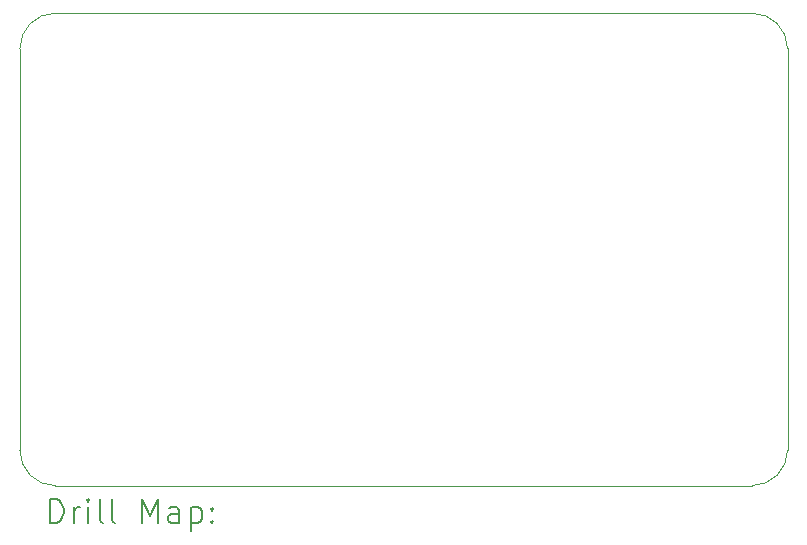
<source format=gbr>
%TF.GenerationSoftware,KiCad,Pcbnew,8.0.6-8.0.6-0~ubuntu24.04.1*%
%TF.CreationDate,2024-11-13T11:48:41+01:00*%
%TF.ProjectId,HEXBERRY-V-20Q100,48455842-4552-4525-992d-562d32305131,1.0*%
%TF.SameCoordinates,PX5f5e100PY5f5e100*%
%TF.FileFunction,Drillmap*%
%TF.FilePolarity,Positive*%
%FSLAX45Y45*%
G04 Gerber Fmt 4.5, Leading zero omitted, Abs format (unit mm)*
G04 Created by KiCad (PCBNEW 8.0.6-8.0.6-0~ubuntu24.04.1) date 2024-11-13 11:48:41*
%MOMM*%
%LPD*%
G01*
G04 APERTURE LIST*
%ADD10C,0.100000*%
%ADD11C,0.200000*%
G04 APERTURE END LIST*
D10*
X13312240Y-894332D02*
X7412250Y-894332D01*
X13312240Y-894332D02*
G75*
G02*
X13612252Y-1192443I0J-300018D01*
G01*
X7412250Y-4894332D02*
G75*
G02*
X7112252Y-4595860I0J300002D01*
G01*
X7412250Y-4894332D02*
X13312250Y-4894332D01*
X7112252Y-1194330D02*
X7112252Y-4595860D01*
X7112252Y-1194330D02*
G75*
G02*
X7412250Y-894332I299998J0D01*
G01*
X13612252Y-4594330D02*
X13612252Y-1192443D01*
X13612252Y-4594330D02*
G75*
G02*
X13312250Y-4894332I-300002J0D01*
G01*
D11*
X7368029Y-5210816D02*
X7368029Y-5010816D01*
X7368029Y-5010816D02*
X7415648Y-5010816D01*
X7415648Y-5010816D02*
X7444219Y-5020340D01*
X7444219Y-5020340D02*
X7463267Y-5039387D01*
X7463267Y-5039387D02*
X7472791Y-5058435D01*
X7472791Y-5058435D02*
X7482314Y-5096530D01*
X7482314Y-5096530D02*
X7482314Y-5125102D01*
X7482314Y-5125102D02*
X7472791Y-5163197D01*
X7472791Y-5163197D02*
X7463267Y-5182244D01*
X7463267Y-5182244D02*
X7444219Y-5201292D01*
X7444219Y-5201292D02*
X7415648Y-5210816D01*
X7415648Y-5210816D02*
X7368029Y-5210816D01*
X7568029Y-5210816D02*
X7568029Y-5077482D01*
X7568029Y-5115578D02*
X7577553Y-5096530D01*
X7577553Y-5096530D02*
X7587076Y-5087006D01*
X7587076Y-5087006D02*
X7606124Y-5077482D01*
X7606124Y-5077482D02*
X7625172Y-5077482D01*
X7691838Y-5210816D02*
X7691838Y-5077482D01*
X7691838Y-5010816D02*
X7682314Y-5020340D01*
X7682314Y-5020340D02*
X7691838Y-5029863D01*
X7691838Y-5029863D02*
X7701362Y-5020340D01*
X7701362Y-5020340D02*
X7691838Y-5010816D01*
X7691838Y-5010816D02*
X7691838Y-5029863D01*
X7815648Y-5210816D02*
X7796600Y-5201292D01*
X7796600Y-5201292D02*
X7787076Y-5182244D01*
X7787076Y-5182244D02*
X7787076Y-5010816D01*
X7920410Y-5210816D02*
X7901362Y-5201292D01*
X7901362Y-5201292D02*
X7891838Y-5182244D01*
X7891838Y-5182244D02*
X7891838Y-5010816D01*
X8148981Y-5210816D02*
X8148981Y-5010816D01*
X8148981Y-5010816D02*
X8215648Y-5153673D01*
X8215648Y-5153673D02*
X8282314Y-5010816D01*
X8282314Y-5010816D02*
X8282314Y-5210816D01*
X8463267Y-5210816D02*
X8463267Y-5106054D01*
X8463267Y-5106054D02*
X8453743Y-5087006D01*
X8453743Y-5087006D02*
X8434696Y-5077482D01*
X8434696Y-5077482D02*
X8396600Y-5077482D01*
X8396600Y-5077482D02*
X8377553Y-5087006D01*
X8463267Y-5201292D02*
X8444219Y-5210816D01*
X8444219Y-5210816D02*
X8396600Y-5210816D01*
X8396600Y-5210816D02*
X8377553Y-5201292D01*
X8377553Y-5201292D02*
X8368029Y-5182244D01*
X8368029Y-5182244D02*
X8368029Y-5163197D01*
X8368029Y-5163197D02*
X8377553Y-5144149D01*
X8377553Y-5144149D02*
X8396600Y-5134625D01*
X8396600Y-5134625D02*
X8444219Y-5134625D01*
X8444219Y-5134625D02*
X8463267Y-5125102D01*
X8558505Y-5077482D02*
X8558505Y-5277482D01*
X8558505Y-5087006D02*
X8577553Y-5077482D01*
X8577553Y-5077482D02*
X8615648Y-5077482D01*
X8615648Y-5077482D02*
X8634696Y-5087006D01*
X8634696Y-5087006D02*
X8644219Y-5096530D01*
X8644219Y-5096530D02*
X8653743Y-5115578D01*
X8653743Y-5115578D02*
X8653743Y-5172721D01*
X8653743Y-5172721D02*
X8644219Y-5191768D01*
X8644219Y-5191768D02*
X8634696Y-5201292D01*
X8634696Y-5201292D02*
X8615648Y-5210816D01*
X8615648Y-5210816D02*
X8577553Y-5210816D01*
X8577553Y-5210816D02*
X8558505Y-5201292D01*
X8739457Y-5191768D02*
X8748981Y-5201292D01*
X8748981Y-5201292D02*
X8739457Y-5210816D01*
X8739457Y-5210816D02*
X8729934Y-5201292D01*
X8729934Y-5201292D02*
X8739457Y-5191768D01*
X8739457Y-5191768D02*
X8739457Y-5210816D01*
X8739457Y-5087006D02*
X8748981Y-5096530D01*
X8748981Y-5096530D02*
X8739457Y-5106054D01*
X8739457Y-5106054D02*
X8729934Y-5096530D01*
X8729934Y-5096530D02*
X8739457Y-5087006D01*
X8739457Y-5087006D02*
X8739457Y-5106054D01*
M02*

</source>
